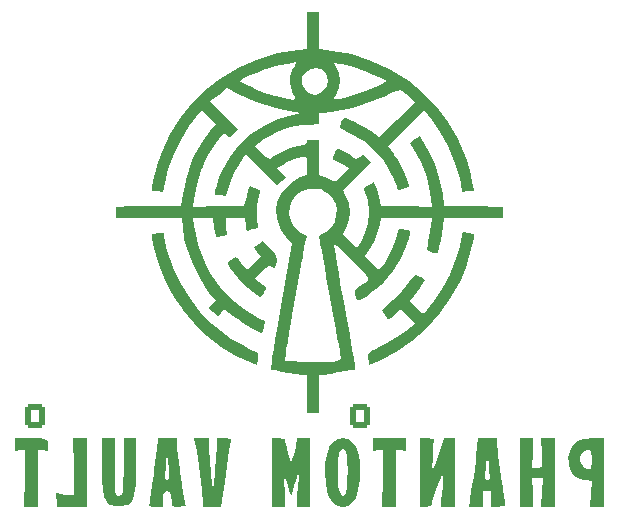
<source format=gbr>
%TF.GenerationSoftware,KiCad,Pcbnew,8.0.6*%
%TF.CreationDate,2024-12-01T20:19:37+01:00*%
%TF.ProjectId,puzzle1,70757a7a-6c65-4312-9e6b-696361645f70,rev?*%
%TF.SameCoordinates,Original*%
%TF.FileFunction,Legend,Bot*%
%TF.FilePolarity,Positive*%
%FSLAX46Y46*%
G04 Gerber Fmt 4.6, Leading zero omitted, Abs format (unit mm)*
G04 Created by KiCad (PCBNEW 8.0.6) date 2024-12-01 20:19:37*
%MOMM*%
%LPD*%
G01*
G04 APERTURE LIST*
G04 Aperture macros list*
%AMRoundRect*
0 Rectangle with rounded corners*
0 $1 Rounding radius*
0 $2 $3 $4 $5 $6 $7 $8 $9 X,Y pos of 4 corners*
0 Add a 4 corners polygon primitive as box body*
4,1,4,$2,$3,$4,$5,$6,$7,$8,$9,$2,$3,0*
0 Add four circle primitives for the rounded corners*
1,1,$1+$1,$2,$3*
1,1,$1+$1,$4,$5*
1,1,$1+$1,$6,$7*
1,1,$1+$1,$8,$9*
0 Add four rect primitives between the rounded corners*
20,1,$1+$1,$2,$3,$4,$5,0*
20,1,$1+$1,$4,$5,$6,$7,0*
20,1,$1+$1,$6,$7,$8,$9,0*
20,1,$1+$1,$8,$9,$2,$3,0*%
G04 Aperture macros list end*
%ADD10C,0.000000*%
%ADD11C,5.600000*%
%ADD12RoundRect,0.250000X-0.600000X-0.725000X0.600000X-0.725000X0.600000X0.725000X-0.600000X0.725000X0*%
%ADD13O,1.700000X1.950000*%
%ADD14RoundRect,0.250000X-0.725000X0.600000X-0.725000X-0.600000X0.725000X-0.600000X0.725000X0.600000X0*%
%ADD15O,1.950000X1.700000*%
G04 APERTURE END LIST*
D10*
%TO.C,G\u002A\u002A\u002A*%
G36*
X106925966Y-95437481D02*
G01*
X106925966Y-95972172D01*
X106483896Y-95912878D01*
X106041827Y-95853584D01*
X106075098Y-98267141D01*
X106108369Y-100680698D01*
X105508798Y-100680698D01*
X104909228Y-100680698D01*
X104942499Y-98267141D01*
X104975770Y-95853584D01*
X104533700Y-95912878D01*
X104091631Y-95972172D01*
X104091631Y-95437481D01*
X104091631Y-94902790D01*
X105508798Y-94902790D01*
X106925966Y-94902790D01*
X106925966Y-95437481D01*
G37*
G36*
X79318455Y-94902707D02*
G01*
X79890773Y-94902790D01*
X79890773Y-97791631D01*
X79890773Y-100680473D01*
X78647354Y-100680473D01*
X77403936Y-100680473D01*
X77328010Y-100128429D01*
X77303949Y-99924885D01*
X77287465Y-99653535D01*
X77302662Y-99525808D01*
X77420832Y-99522283D01*
X77647987Y-99587294D01*
X77684439Y-99600069D01*
X78012918Y-99670592D01*
X78380904Y-99699357D01*
X78819074Y-99699357D01*
X78782606Y-97300990D01*
X78746137Y-94902624D01*
X79318455Y-94902707D01*
G37*
G36*
X75406922Y-94902951D02*
G01*
X75919885Y-94910173D01*
X76263062Y-94940368D01*
X76470577Y-95010070D01*
X76576553Y-95135815D01*
X76615115Y-95334140D01*
X76620386Y-95621578D01*
X76620386Y-95995495D01*
X76184335Y-95925768D01*
X75748283Y-95856041D01*
X75748283Y-98268257D01*
X75748283Y-100680473D01*
X75175966Y-100680580D01*
X74603648Y-100680687D01*
X74638679Y-98266900D01*
X74673711Y-95853112D01*
X74229881Y-95912642D01*
X73786052Y-95972172D01*
X73786052Y-95437481D01*
X73786052Y-94902790D01*
X75137049Y-94902790D01*
X75406922Y-94902951D01*
G37*
G36*
X118943415Y-94902819D02*
G01*
X119516953Y-94902848D01*
X119516953Y-97791682D01*
X119516953Y-100680517D01*
X118935447Y-100680495D01*
X118353941Y-100680473D01*
X118431661Y-99481331D01*
X118509380Y-98282189D01*
X118042973Y-98282189D01*
X117576565Y-98282189D01*
X117639825Y-99481331D01*
X117703085Y-100680473D01*
X117138345Y-100680488D01*
X116573605Y-100680503D01*
X116573605Y-97791667D01*
X116573605Y-94902832D01*
X117136959Y-94902811D01*
X117700312Y-94902790D01*
X117638197Y-96164007D01*
X117576082Y-97425223D01*
X118001453Y-97390402D01*
X118426824Y-97355580D01*
X118398351Y-96129185D01*
X118369878Y-94902790D01*
X118943415Y-94902819D01*
G37*
G36*
X123659442Y-97791631D02*
G01*
X123659442Y-100680473D01*
X123091685Y-100680473D01*
X122523928Y-100680473D01*
X122589445Y-99605057D01*
X122654962Y-98529641D01*
X122172535Y-98457296D01*
X121888035Y-98400353D01*
X121342322Y-98171230D01*
X120960073Y-97801779D01*
X120735193Y-97284554D01*
X120688979Y-96862353D01*
X121671148Y-96862353D01*
X121868642Y-97231866D01*
X122086498Y-97427582D01*
X122359200Y-97519099D01*
X122447250Y-97516210D01*
X122546779Y-97478938D01*
X122599481Y-97361323D01*
X122620211Y-97117474D01*
X122623820Y-96701503D01*
X122623087Y-96471254D01*
X122612021Y-96145773D01*
X122576720Y-95970090D01*
X122503466Y-95898570D01*
X122378541Y-95885575D01*
X122238188Y-95894840D01*
X121972537Y-96006679D01*
X121768037Y-96285538D01*
X121681580Y-96493484D01*
X121671148Y-96862353D01*
X120688979Y-96862353D01*
X120661588Y-96612112D01*
X120662435Y-96541386D01*
X120757378Y-95941900D01*
X121012777Y-95481984D01*
X121433194Y-95157968D01*
X122023194Y-94966183D01*
X122787339Y-94902960D01*
X123659442Y-94902790D01*
X123659442Y-96701503D01*
X123659442Y-97791631D01*
G37*
G36*
X108759298Y-94902920D02*
G01*
X109105036Y-94917847D01*
X109271267Y-94963473D01*
X109291766Y-95048227D01*
X109267853Y-95180469D01*
X109235536Y-95492603D01*
X109202013Y-95928533D01*
X109171618Y-96438141D01*
X109107279Y-97682619D01*
X109369282Y-97137554D01*
X109375600Y-97124317D01*
X109540550Y-96733767D01*
X109721229Y-96240384D01*
X109879644Y-95747640D01*
X110128003Y-94902790D01*
X110598229Y-94902790D01*
X111068455Y-94902790D01*
X111068455Y-97791631D01*
X111068455Y-100680473D01*
X110465130Y-100680473D01*
X109861804Y-100680473D01*
X109916987Y-100162661D01*
X109967472Y-99652415D01*
X110015962Y-99044199D01*
X110041911Y-98546136D01*
X110044584Y-98184821D01*
X110023249Y-97986849D01*
X109977174Y-97978814D01*
X109965455Y-97998914D01*
X109854019Y-98238107D01*
X109706445Y-98607639D01*
X109542153Y-99052009D01*
X109380565Y-99515716D01*
X109241100Y-99943260D01*
X109143179Y-100279140D01*
X109106223Y-100467855D01*
X109105518Y-100495637D01*
X109060343Y-100613107D01*
X108905977Y-100667327D01*
X108588412Y-100680473D01*
X108070601Y-100680473D01*
X108070601Y-97791631D01*
X108070601Y-94902790D01*
X108709088Y-94902790D01*
X108759298Y-94902920D01*
G37*
G36*
X81690357Y-94902711D02*
G01*
X82236293Y-94902790D01*
X82235421Y-97187657D01*
X82236659Y-97927915D01*
X82242745Y-98520036D01*
X82255959Y-98951721D01*
X82278563Y-99252455D01*
X82312817Y-99451724D01*
X82360983Y-99579013D01*
X82425322Y-99663807D01*
X82528851Y-99760760D01*
X82651073Y-99793333D01*
X82806867Y-99663840D01*
X82868392Y-99584024D01*
X82917348Y-99459415D01*
X82952310Y-99264199D01*
X82975548Y-98968894D01*
X82989335Y-98544021D01*
X82995942Y-97960100D01*
X82997640Y-97187649D01*
X82997640Y-94902707D01*
X83543933Y-94902749D01*
X84090226Y-94902790D01*
X84051267Y-97273820D01*
X84036571Y-98007088D01*
X84011216Y-98737930D01*
X83972776Y-99299634D01*
X83915760Y-99719215D01*
X83834676Y-100023687D01*
X83724034Y-100240068D01*
X83578340Y-100395373D01*
X83392105Y-100516617D01*
X83225815Y-100585513D01*
X82786743Y-100664450D01*
X82312286Y-100655137D01*
X81914249Y-100554694D01*
X81842860Y-100512209D01*
X81617831Y-100287230D01*
X81425579Y-99982377D01*
X81365970Y-99843165D01*
X81307513Y-99649205D01*
X81263875Y-99401784D01*
X81232114Y-99067990D01*
X81209291Y-98614909D01*
X81192464Y-98009628D01*
X81178692Y-97219234D01*
X81144421Y-94902631D01*
X81690357Y-94902711D01*
G37*
G36*
X90255134Y-95693134D02*
G01*
X90263360Y-96027629D01*
X90288296Y-96535361D01*
X90325736Y-97077920D01*
X90371935Y-97619247D01*
X90423147Y-98123280D01*
X90475630Y-98553961D01*
X90525637Y-98875228D01*
X90569423Y-99051021D01*
X90603245Y-99045279D01*
X90632627Y-98882076D01*
X90678384Y-98515628D01*
X90728745Y-98022211D01*
X90779466Y-97453118D01*
X90826303Y-96859638D01*
X90865013Y-96293064D01*
X90891351Y-95804686D01*
X90901073Y-95445795D01*
X90901073Y-94902790D01*
X91513358Y-94902790D01*
X91722790Y-94904941D01*
X91973651Y-94926642D01*
X92076466Y-94984386D01*
X92076680Y-95093563D01*
X92057830Y-95195361D01*
X92010579Y-95495863D01*
X91942057Y-95956527D01*
X91856895Y-96545625D01*
X91759722Y-97231430D01*
X91655168Y-97982216D01*
X91282618Y-100680097D01*
X90492275Y-100680285D01*
X89701931Y-100680473D01*
X89701931Y-100167655D01*
X89698420Y-100061687D01*
X89669103Y-99696945D01*
X89615038Y-99183526D01*
X89542266Y-98567031D01*
X89456830Y-97893060D01*
X89364774Y-97207214D01*
X89272140Y-96555093D01*
X89184971Y-95982296D01*
X89109310Y-95534426D01*
X89051200Y-95257082D01*
X88956416Y-94902790D01*
X89601706Y-94902790D01*
X90246996Y-94902790D01*
X90255134Y-95693134D01*
G37*
G36*
X86418053Y-77546285D02*
G01*
X86431545Y-77706906D01*
X86433470Y-77768163D01*
X86488822Y-78158778D01*
X86608530Y-78683292D01*
X86776306Y-79286388D01*
X86975866Y-79912747D01*
X87190921Y-80507050D01*
X87405187Y-81013979D01*
X87822594Y-81824726D01*
X88606382Y-83062864D01*
X89514078Y-84217143D01*
X90509294Y-85243008D01*
X91555638Y-86095903D01*
X91701589Y-86195885D01*
X92113022Y-86457129D01*
X92600400Y-86747265D01*
X93111701Y-87037176D01*
X93594900Y-87297749D01*
X93997974Y-87499866D01*
X94268900Y-87614412D01*
X94340981Y-87667202D01*
X94376957Y-87839827D01*
X94344578Y-88172484D01*
X94268309Y-88681081D01*
X93702073Y-88459854D01*
X92511232Y-87903817D01*
X91267126Y-87134654D01*
X90074245Y-86208108D01*
X88971535Y-85154600D01*
X87997945Y-84004551D01*
X87911771Y-83887933D01*
X87437813Y-83173092D01*
X86963618Y-82349510D01*
X86524542Y-81485908D01*
X86155941Y-80651004D01*
X85893169Y-79913520D01*
X85843485Y-79741055D01*
X85729365Y-79313035D01*
X85614644Y-78848199D01*
X85510505Y-78396086D01*
X85428135Y-78006239D01*
X85378719Y-77728199D01*
X85373441Y-77611507D01*
X85410090Y-77600096D01*
X85607495Y-77562048D01*
X85913734Y-77513056D01*
X86140819Y-77481643D01*
X86339956Y-77478239D01*
X86418053Y-77546285D01*
G37*
G36*
X98804507Y-97791631D02*
G01*
X98804507Y-100680473D01*
X98223512Y-100680473D01*
X97642518Y-100680473D01*
X97702894Y-99999142D01*
X97722984Y-99770932D01*
X97790910Y-98965737D01*
X97836115Y-98361525D01*
X97859345Y-97945628D01*
X97861349Y-97705380D01*
X97842874Y-97628112D01*
X97818514Y-97668070D01*
X97748157Y-97876799D01*
X97650733Y-98223875D01*
X97539584Y-98663734D01*
X97468039Y-98947254D01*
X97357857Y-99334651D01*
X97265805Y-99600571D01*
X97206565Y-99699357D01*
X97178749Y-99681132D01*
X97093071Y-99516442D01*
X97003528Y-99236052D01*
X96904858Y-98858209D01*
X96775093Y-98390575D01*
X96686351Y-98135184D01*
X96633073Y-98092036D01*
X96609698Y-98261132D01*
X96610668Y-98642470D01*
X96630423Y-99236052D01*
X96686768Y-100680473D01*
X96110444Y-100680495D01*
X95534120Y-100680517D01*
X95534120Y-97791682D01*
X95534120Y-94902848D01*
X96106438Y-94902819D01*
X96163326Y-94903009D01*
X96481703Y-94920183D01*
X96637499Y-94976097D01*
X96678755Y-95086139D01*
X96681120Y-95120734D01*
X96722825Y-95355567D01*
X96805824Y-95719290D01*
X96916065Y-96148970D01*
X97153375Y-97028452D01*
X97296323Y-96678126D01*
X97374456Y-96446278D01*
X97480591Y-96047900D01*
X97574432Y-95615295D01*
X97709593Y-94902790D01*
X98257050Y-94902790D01*
X98804507Y-94902790D01*
X98804507Y-97791631D01*
G37*
G36*
X103001502Y-97831718D02*
G01*
X102981762Y-98454648D01*
X102869952Y-99280275D01*
X102658471Y-99917815D01*
X102346261Y-100371369D01*
X102006505Y-100599176D01*
X101571207Y-100685487D01*
X101130542Y-100605573D01*
X100740361Y-100370650D01*
X100456518Y-99991932D01*
X100429062Y-99931652D01*
X100237207Y-99328866D01*
X100115701Y-98600327D01*
X100066005Y-97811929D01*
X100066572Y-97793109D01*
X101150301Y-97793109D01*
X101160015Y-98350436D01*
X101186090Y-98852107D01*
X101228235Y-99244182D01*
X101286157Y-99472722D01*
X101375680Y-99626788D01*
X101543054Y-99783894D01*
X101686961Y-99736841D01*
X101804088Y-99494409D01*
X101891122Y-99065375D01*
X101944750Y-98458518D01*
X101961660Y-97682619D01*
X101961081Y-97567578D01*
X101942618Y-96865878D01*
X101895651Y-96356885D01*
X101815472Y-96019473D01*
X101697376Y-95832517D01*
X101536657Y-95774893D01*
X101525402Y-95775815D01*
X101389717Y-95884254D01*
X101267960Y-96118199D01*
X101222257Y-96326590D01*
X101181130Y-96727246D01*
X101157242Y-97234066D01*
X101150301Y-97793109D01*
X100066572Y-97793109D01*
X100089580Y-97029570D01*
X100187887Y-96319147D01*
X100362387Y-95746555D01*
X100422459Y-95622185D01*
X100743676Y-95188200D01*
X101139297Y-94925917D01*
X101573139Y-94844005D01*
X102009015Y-94951129D01*
X102410742Y-95255955D01*
X102562672Y-95446906D01*
X102766347Y-95841835D01*
X102902183Y-96348301D01*
X102977971Y-97000272D01*
X102997282Y-97682619D01*
X103001502Y-97831718D01*
G37*
G36*
X95428383Y-78838604D02*
G01*
X95615883Y-79042894D01*
X95836289Y-79305499D01*
X95948016Y-79500657D01*
X95978651Y-79684590D01*
X95955776Y-79913520D01*
X95899142Y-80236274D01*
X95826719Y-80424608D01*
X95716850Y-80456249D01*
X95539818Y-80363329D01*
X95470893Y-80320692D01*
X95346441Y-80280640D01*
X95211669Y-80327614D01*
X95019959Y-80485291D01*
X94724692Y-80777352D01*
X94156212Y-81352982D01*
X94496626Y-81639422D01*
X94557005Y-81689548D01*
X94814130Y-81890137D01*
X95002210Y-82018296D01*
X95012140Y-82023976D01*
X95094625Y-82109471D01*
X95070590Y-82251367D01*
X94931184Y-82511052D01*
X94869143Y-82610525D01*
X94704748Y-82825625D01*
X94588463Y-82911374D01*
X94525753Y-82900050D01*
X94275195Y-82767247D01*
X93932187Y-82510587D01*
X93530763Y-82162148D01*
X93104956Y-81754006D01*
X92688802Y-81318237D01*
X92316334Y-80886919D01*
X92021587Y-80492130D01*
X91892063Y-80280130D01*
X91826847Y-80045355D01*
X91936964Y-79865613D01*
X92238616Y-79680296D01*
X92283650Y-79657114D01*
X92498182Y-79565449D01*
X92623863Y-79594664D01*
X92749515Y-79758327D01*
X92756551Y-79768927D01*
X92950934Y-80037802D01*
X93179196Y-80325437D01*
X93440580Y-80637351D01*
X94021189Y-80063955D01*
X94601798Y-79490558D01*
X94332122Y-79136995D01*
X94272223Y-79057139D01*
X94122430Y-78842346D01*
X94062446Y-78730543D01*
X94073930Y-78710667D01*
X94209604Y-78598148D01*
X94449088Y-78438696D01*
X94835729Y-78199739D01*
X95428383Y-78838604D01*
G37*
G36*
X114989770Y-98322369D02*
G01*
X115022617Y-98548882D01*
X115117413Y-99205059D01*
X115199137Y-99774368D01*
X115263198Y-100224590D01*
X115305002Y-100523505D01*
X115319957Y-100638893D01*
X115266609Y-100655989D01*
X115048831Y-100673633D01*
X114720386Y-100680473D01*
X114120816Y-100680473D01*
X114120816Y-100026395D01*
X114120816Y-99372318D01*
X113793777Y-99372318D01*
X113466738Y-99372318D01*
X113466738Y-100026395D01*
X113466738Y-100680473D01*
X112853541Y-100680473D01*
X112240343Y-100680473D01*
X112311446Y-100326181D01*
X112372720Y-99980975D01*
X112451350Y-99477616D01*
X112540488Y-98865851D01*
X112633983Y-98191964D01*
X112639100Y-98153475D01*
X113614628Y-98153475D01*
X113637499Y-98314524D01*
X113700904Y-98379277D01*
X113812719Y-98391202D01*
X113821285Y-98391180D01*
X113942073Y-98373602D01*
X113999650Y-98289306D01*
X114005930Y-98088435D01*
X113972826Y-97721134D01*
X113945050Y-97425230D01*
X113911727Y-96968039D01*
X113895880Y-96603752D01*
X113879849Y-96351980D01*
X113845204Y-96283515D01*
X113798487Y-96386303D01*
X113746081Y-96637311D01*
X113694370Y-97013503D01*
X113649739Y-97491846D01*
X113624414Y-97852664D01*
X113614628Y-98153475D01*
X112639100Y-98153475D01*
X112725682Y-97502238D01*
X112809434Y-96842957D01*
X112879086Y-96260406D01*
X112928489Y-95800869D01*
X112951489Y-95510629D01*
X112976180Y-94904634D01*
X113801770Y-94903712D01*
X114627360Y-94902790D01*
X114643472Y-95475108D01*
X114644996Y-95512841D01*
X114671188Y-95831057D01*
X114723973Y-96313967D01*
X114798140Y-96918722D01*
X114888476Y-97602472D01*
X114956854Y-98088435D01*
X114989770Y-98322369D01*
G37*
G36*
X87860674Y-98195572D02*
G01*
X87954963Y-98848320D01*
X88045317Y-99444613D01*
X88126145Y-99944457D01*
X88191853Y-100307858D01*
X88236849Y-100494820D01*
X88254920Y-100561225D01*
X88214132Y-100637442D01*
X88042608Y-100672207D01*
X87696856Y-100680473D01*
X87683883Y-100680472D01*
X87342448Y-100674452D01*
X87164347Y-100638372D01*
X87096449Y-100544989D01*
X87085622Y-100367061D01*
X87083952Y-100235994D01*
X87032008Y-99751955D01*
X86905541Y-99466173D01*
X86702114Y-99372318D01*
X86573418Y-99388275D01*
X86423024Y-99503942D01*
X86344902Y-99762138D01*
X86322532Y-100198831D01*
X86322532Y-100680473D01*
X85715615Y-100680473D01*
X85501568Y-100678254D01*
X85257376Y-100656615D01*
X85161430Y-100598974D01*
X85168937Y-100489700D01*
X85199967Y-100347346D01*
X85257211Y-100011312D01*
X85331412Y-99531566D01*
X85417159Y-98947586D01*
X85509041Y-98298845D01*
X85538957Y-98081110D01*
X86518004Y-98081110D01*
X86528177Y-98282664D01*
X86578124Y-98371388D01*
X86673916Y-98391202D01*
X86711178Y-98389166D01*
X86808476Y-98332058D01*
X86852027Y-98158764D01*
X86858047Y-97818885D01*
X86854329Y-97688193D01*
X86832450Y-97332361D01*
X86797745Y-96977151D01*
X86756500Y-96665886D01*
X86715000Y-96441886D01*
X86679532Y-96348474D01*
X86656380Y-96428970D01*
X86654781Y-96448304D01*
X86632191Y-96709398D01*
X86597366Y-97101093D01*
X86557147Y-97546352D01*
X86541536Y-97722805D01*
X86518004Y-98081110D01*
X85538957Y-98081110D01*
X85601648Y-97624821D01*
X85689568Y-96964988D01*
X85767391Y-96358822D01*
X85829706Y-95845798D01*
X85871101Y-95465393D01*
X85886167Y-95257082D01*
X85886481Y-94902790D01*
X86704077Y-94902790D01*
X87521674Y-94902790D01*
X87521674Y-95380422D01*
X87525958Y-95484826D01*
X87556028Y-95819927D01*
X87610128Y-96298547D01*
X87682663Y-96880691D01*
X87768043Y-97526364D01*
X87808533Y-97818885D01*
X87860674Y-98195572D01*
G37*
G36*
X112131331Y-77513056D02*
G01*
X112303737Y-77539715D01*
X112560497Y-77584284D01*
X112671142Y-77611025D01*
X112673012Y-77708358D01*
X112628440Y-77975968D01*
X112544811Y-78365601D01*
X112433379Y-78830554D01*
X112305398Y-79324125D01*
X112172121Y-79799611D01*
X112044802Y-80210308D01*
X111538260Y-81495205D01*
X110759228Y-82951678D01*
X109806933Y-84308600D01*
X108700314Y-85545207D01*
X107458306Y-86640733D01*
X106099847Y-87574415D01*
X104643874Y-88325488D01*
X103819099Y-88684835D01*
X103750237Y-88387160D01*
X103699086Y-88150911D01*
X103674983Y-87869780D01*
X103755341Y-87678524D01*
X103973045Y-87520768D01*
X104360979Y-87340138D01*
X104633472Y-87209699D01*
X105167696Y-86915374D01*
X105768370Y-86550717D01*
X106371830Y-86156404D01*
X106914411Y-85773114D01*
X107332451Y-85441525D01*
X107684430Y-85134122D01*
X107088783Y-84545874D01*
X106493136Y-83957625D01*
X106191740Y-84227985D01*
X105955113Y-84440747D01*
X105681335Y-84677179D01*
X105505442Y-84789301D01*
X105385106Y-84787368D01*
X105277996Y-84681634D01*
X105141783Y-84482354D01*
X104864696Y-84074583D01*
X105823135Y-83172348D01*
X106158764Y-82844688D01*
X106579834Y-82403858D01*
X106944313Y-81990873D01*
X107198929Y-81664134D01*
X107422410Y-81360379D01*
X107610912Y-81141631D01*
X107721562Y-81058155D01*
X107747055Y-81061991D01*
X107933420Y-81139293D01*
X108193382Y-81284690D01*
X108559924Y-81511225D01*
X108221362Y-82003309D01*
X108107522Y-82164169D01*
X107817524Y-82548397D01*
X107551018Y-82873270D01*
X107219237Y-83251147D01*
X107749834Y-83789844D01*
X107758908Y-83799044D01*
X108034952Y-84066137D01*
X108254776Y-84256172D01*
X108371517Y-84328541D01*
X108475576Y-84281256D01*
X108694223Y-84073692D01*
X108978054Y-83730848D01*
X109304398Y-83285493D01*
X109650585Y-82770393D01*
X109993944Y-82218316D01*
X110311804Y-81662031D01*
X110581494Y-81134305D01*
X110597804Y-81099635D01*
X110840062Y-80532935D01*
X111074811Y-79898268D01*
X111285778Y-79249043D01*
X111456689Y-78638672D01*
X111571269Y-78120567D01*
X111613244Y-77748138D01*
X111618157Y-77593804D01*
X111668338Y-77491154D01*
X111820462Y-77472830D01*
X112131331Y-77513056D01*
G37*
G36*
X108239473Y-65548428D02*
G01*
X109412219Y-66742161D01*
X110437386Y-68078474D01*
X111301802Y-69547152D01*
X111992293Y-71137983D01*
X112045855Y-71293810D01*
X112167219Y-71690434D01*
X112296980Y-72158356D01*
X112423728Y-72650760D01*
X112536055Y-73120831D01*
X112622552Y-73521756D01*
X112671811Y-73806718D01*
X112672423Y-73928904D01*
X112645850Y-73936538D01*
X112461739Y-73961114D01*
X112165802Y-73988523D01*
X111682463Y-74026825D01*
X111543348Y-73277412D01*
X111389041Y-72596389D01*
X110994002Y-71380760D01*
X110458734Y-70155175D01*
X109812807Y-68983962D01*
X109085792Y-67931447D01*
X108422414Y-67080689D01*
X106896736Y-68606367D01*
X105371057Y-70132046D01*
X105890134Y-70859466D01*
X105928001Y-70913377D01*
X106196544Y-71335767D01*
X106471151Y-71825358D01*
X106727445Y-72331767D01*
X106941047Y-72804611D01*
X107087578Y-73193508D01*
X107142661Y-73448073D01*
X107137713Y-73539586D01*
X107077352Y-73658319D01*
X106905936Y-73737669D01*
X106570844Y-73811034D01*
X106349857Y-73843657D01*
X106200454Y-73820564D01*
X106162876Y-73709524D01*
X106139965Y-73570007D01*
X106021757Y-73232476D01*
X105825438Y-72796466D01*
X105576453Y-72313269D01*
X105300251Y-71834177D01*
X105022278Y-71410482D01*
X104303576Y-70552082D01*
X103372403Y-69756198D01*
X102279529Y-69102130D01*
X101285023Y-68606837D01*
X101402095Y-68225383D01*
X101418198Y-68175979D01*
X101533249Y-67923351D01*
X101648128Y-67794442D01*
X101652979Y-67792781D01*
X101845284Y-67814480D01*
X102173764Y-67931494D01*
X102593472Y-68121942D01*
X103059458Y-68363947D01*
X103526771Y-68635629D01*
X103950464Y-68915109D01*
X104660397Y-69421706D01*
X106178127Y-67908815D01*
X107695857Y-66395923D01*
X107229152Y-65993110D01*
X106921332Y-65730863D01*
X106640504Y-65527377D01*
X106400597Y-65440512D01*
X106142444Y-65465115D01*
X105806876Y-65596034D01*
X105334728Y-65828116D01*
X105186493Y-65900854D01*
X104328060Y-66272253D01*
X103385550Y-66609746D01*
X102413595Y-66898405D01*
X101466827Y-67123302D01*
X100599879Y-67269508D01*
X99867382Y-67322094D01*
X99735040Y-67324467D01*
X99581731Y-67364504D01*
X99522749Y-67501886D01*
X99513090Y-67796933D01*
X99513090Y-68271333D01*
X98643337Y-68338404D01*
X98118128Y-68395496D01*
X97556557Y-68483334D01*
X97089904Y-68582001D01*
X96613945Y-68737191D01*
X96018547Y-68986598D01*
X95408662Y-69285789D01*
X94858930Y-69597968D01*
X94443992Y-69886341D01*
X94116953Y-70154129D01*
X94689435Y-70726683D01*
X94835420Y-70871709D01*
X95081979Y-71100814D01*
X95244970Y-71206465D01*
X95371089Y-71212406D01*
X95507032Y-71142377D01*
X95720893Y-71009400D01*
X96433962Y-70618105D01*
X97120796Y-70315338D01*
X97735503Y-70119510D01*
X98232189Y-70049035D01*
X98267519Y-70048423D01*
X98474391Y-69995239D01*
X98531974Y-69829829D01*
X98532162Y-69814166D01*
X98571009Y-69685303D01*
X98715973Y-69626068D01*
X99022532Y-69611803D01*
X99513090Y-69611803D01*
X99513090Y-71120728D01*
X99513090Y-72629653D01*
X99968514Y-72766101D01*
X100060617Y-72795240D01*
X100402128Y-72925778D01*
X100655295Y-73054140D01*
X100711110Y-73088356D01*
X100833764Y-73125174D01*
X100970934Y-73074960D01*
X101167407Y-72913632D01*
X101467969Y-72617103D01*
X102049286Y-72028474D01*
X101517025Y-71694313D01*
X101284473Y-71556213D01*
X101007034Y-71414029D01*
X100841152Y-71358080D01*
X100755347Y-71310136D01*
X100773949Y-71110730D01*
X100911264Y-70704293D01*
X101026624Y-70454210D01*
X101118332Y-70376868D01*
X101121894Y-70377163D01*
X101266496Y-70434857D01*
X101537435Y-70570980D01*
X101877241Y-70754543D01*
X102228446Y-70954555D01*
X102533581Y-71140027D01*
X102679728Y-71218583D01*
X102833781Y-71209480D01*
X103030559Y-71052879D01*
X103286875Y-70812083D01*
X103633105Y-71169302D01*
X103979334Y-71526520D01*
X102793313Y-72708864D01*
X101607292Y-73891207D01*
X101867281Y-74449574D01*
X102048284Y-74974133D01*
X102141220Y-75706502D01*
X102077687Y-76435993D01*
X101857949Y-77087860D01*
X101586498Y-77624043D01*
X102172458Y-78210003D01*
X102758417Y-78795962D01*
X103068975Y-78266036D01*
X103457458Y-77481500D01*
X103686842Y-76680495D01*
X103761034Y-75815609D01*
X103760822Y-75728804D01*
X103664561Y-74750314D01*
X103387108Y-73842881D01*
X103372311Y-73742957D01*
X103473793Y-73601173D01*
X103751605Y-73433879D01*
X104192755Y-73208821D01*
X104311619Y-73430920D01*
X104315698Y-73438772D01*
X104403136Y-73663038D01*
X104515712Y-74021198D01*
X104630130Y-74439493D01*
X104829778Y-75225966D01*
X106982348Y-75255572D01*
X109134917Y-75285177D01*
X109059894Y-74622063D01*
X108975467Y-74048824D01*
X108653774Y-72757663D01*
X108165880Y-71486830D01*
X107536540Y-70306453D01*
X107256532Y-69856467D01*
X107672334Y-69581302D01*
X108088137Y-69306137D01*
X108532483Y-70031288D01*
X108814028Y-70516465D01*
X109355159Y-71669380D01*
X109747814Y-72894167D01*
X110012704Y-74249856D01*
X110153558Y-75225966D01*
X112627745Y-75255266D01*
X115101931Y-75284566D01*
X115101931Y-75773077D01*
X115101931Y-76261588D01*
X112610290Y-76261588D01*
X110118648Y-76261588D01*
X110049948Y-76997425D01*
X110046399Y-77033994D01*
X109973178Y-77568375D01*
X109861392Y-78165278D01*
X109730345Y-78731474D01*
X109599340Y-79173733D01*
X109579101Y-79211907D01*
X109455382Y-79251207D01*
X109192920Y-79186108D01*
X109166912Y-79177289D01*
X108901094Y-79071885D01*
X108740286Y-78982189D01*
X108716277Y-78853601D01*
X108742349Y-78573005D01*
X108815439Y-78206724D01*
X108886430Y-77890069D01*
X108987552Y-77357419D01*
X109057672Y-76888412D01*
X109131345Y-76261588D01*
X106953344Y-76261588D01*
X104775343Y-76261588D01*
X104710195Y-76736897D01*
X104686848Y-76881949D01*
X104495621Y-77591426D01*
X104193184Y-78321727D01*
X103820522Y-78969981D01*
X103454677Y-79501826D01*
X104030620Y-80070615D01*
X104606562Y-80639403D01*
X104953831Y-80221955D01*
X105094185Y-80038436D01*
X105426574Y-79508609D01*
X105747411Y-78886324D01*
X106015824Y-78254972D01*
X106190940Y-77697941D01*
X106268089Y-77390912D01*
X106346671Y-77211744D01*
X106457082Y-77157051D01*
X106639807Y-77180130D01*
X106889734Y-77222205D01*
X107103112Y-77242704D01*
X107224624Y-77328958D01*
X107237234Y-77590846D01*
X107140243Y-78032457D01*
X106933162Y-78657879D01*
X106905012Y-78734113D01*
X106421200Y-79811270D01*
X105807988Y-80767088D01*
X105021406Y-81670867D01*
X104777379Y-81908552D01*
X104342622Y-82293062D01*
X103904744Y-82639972D01*
X103496261Y-82927065D01*
X103149693Y-83132128D01*
X102897559Y-83232944D01*
X102772375Y-83207300D01*
X102764231Y-83190290D01*
X102696864Y-82977482D01*
X102631236Y-82678036D01*
X102604936Y-82504623D01*
X102623394Y-82324001D01*
X102749828Y-82182184D01*
X103026189Y-82008003D01*
X103132672Y-81945891D01*
X103423885Y-81771571D01*
X103619797Y-81622441D01*
X103712374Y-81472510D01*
X103693582Y-81295786D01*
X103555386Y-81066277D01*
X103289753Y-80757992D01*
X102888648Y-80344939D01*
X102344038Y-79801126D01*
X101875661Y-79339055D01*
X101408434Y-78895443D01*
X101079587Y-78608183D01*
X100885173Y-78473872D01*
X100821245Y-78489112D01*
X100839801Y-78639795D01*
X100893007Y-78979987D01*
X100976532Y-79484009D01*
X101086044Y-80126449D01*
X101217209Y-80881893D01*
X101365697Y-81724928D01*
X101527175Y-82630141D01*
X101663553Y-83390210D01*
X101833885Y-84340108D01*
X101996463Y-85247390D01*
X102145128Y-86077659D01*
X102273724Y-86796522D01*
X102376091Y-87369583D01*
X102446072Y-87762447D01*
X102490747Y-88034979D01*
X102515518Y-88186092D01*
X102570988Y-88607391D01*
X102594652Y-88908024D01*
X102581565Y-89041324D01*
X102481479Y-89079560D01*
X102191981Y-89146427D01*
X101750733Y-89230401D01*
X101192826Y-89325259D01*
X100553346Y-89424778D01*
X99867382Y-89522734D01*
X99513090Y-89571039D01*
X99513090Y-91146786D01*
X99513090Y-92722533D01*
X99022532Y-92722533D01*
X98531974Y-92722533D01*
X98531974Y-91146786D01*
X98531974Y-89571039D01*
X98177683Y-89522734D01*
X97606596Y-89441821D01*
X96953706Y-89341652D01*
X96379620Y-89245404D01*
X95918681Y-89159190D01*
X95605230Y-89089126D01*
X95473609Y-89041324D01*
X95472044Y-89036768D01*
X95482734Y-88887606D01*
X95528609Y-88547825D01*
X95585852Y-88172183D01*
X96689385Y-88172183D01*
X96693006Y-88301228D01*
X96771849Y-88327149D01*
X97039572Y-88359418D01*
X97453957Y-88386878D01*
X97973616Y-88408767D01*
X98557164Y-88424320D01*
X99163217Y-88432776D01*
X99750389Y-88433371D01*
X100277294Y-88425342D01*
X100702548Y-88407926D01*
X100984764Y-88380360D01*
X101009703Y-88376146D01*
X101275530Y-88312566D01*
X101382602Y-88214621D01*
X101385890Y-88034979D01*
X101360785Y-87880609D01*
X101301359Y-87537170D01*
X101212535Y-87032288D01*
X101099127Y-86392720D01*
X100965945Y-85645221D01*
X100817803Y-84816547D01*
X100659512Y-83933451D01*
X100495885Y-83022691D01*
X100331734Y-82111020D01*
X100171871Y-81225195D01*
X100021109Y-80391970D01*
X99884259Y-79638101D01*
X99766133Y-78990343D01*
X99671545Y-78475451D01*
X99605306Y-78120181D01*
X99572229Y-77951288D01*
X99566436Y-77847430D01*
X99665360Y-77701768D01*
X99937017Y-77558010D01*
X100119514Y-77468100D01*
X100575820Y-77089937D01*
X100880501Y-76567764D01*
X101018953Y-75923639D01*
X101030110Y-75592375D01*
X100961124Y-75081646D01*
X100751853Y-74657283D01*
X100375204Y-74248794D01*
X100085464Y-74013074D01*
X99736721Y-73831655D01*
X99336957Y-73760801D01*
X98807335Y-73776781D01*
X98707830Y-73787614D01*
X98122006Y-73965787D01*
X97635985Y-74305169D01*
X97272903Y-74767538D01*
X97055896Y-75314675D01*
X97008100Y-75908359D01*
X97152649Y-76510369D01*
X97160814Y-76529086D01*
X97334812Y-76806225D01*
X97597658Y-77111039D01*
X97895467Y-77392252D01*
X98174354Y-77598583D01*
X98380432Y-77678756D01*
X98463850Y-77698802D01*
X98503666Y-77815022D01*
X98499534Y-77827694D01*
X98456384Y-78014474D01*
X98386326Y-78363413D01*
X98298110Y-78829683D01*
X98200484Y-79368455D01*
X98161164Y-79589154D01*
X98061207Y-80146576D01*
X97932821Y-80859317D01*
X97782979Y-81688808D01*
X97618651Y-82596475D01*
X97446808Y-83543750D01*
X97274424Y-84492061D01*
X97158639Y-85137021D01*
X97011764Y-85984379D01*
X96887814Y-86735074D01*
X96790376Y-87365606D01*
X96723037Y-87852476D01*
X96689385Y-88172183D01*
X95585852Y-88172183D01*
X95606256Y-88038289D01*
X95712262Y-87379859D01*
X95843214Y-86593399D01*
X95995699Y-85699772D01*
X96166304Y-84719839D01*
X96351615Y-83674464D01*
X97296987Y-78387340D01*
X96941089Y-78085984D01*
X96742040Y-77874765D01*
X96480774Y-77513510D01*
X96250428Y-77114710D01*
X96219846Y-77052029D01*
X95963171Y-76279498D01*
X95922866Y-75489647D01*
X96098403Y-74673993D01*
X96136354Y-74573131D01*
X96443998Y-74036598D01*
X96892302Y-73524271D01*
X97420777Y-73096331D01*
X97968932Y-72812964D01*
X98531974Y-72612989D01*
X98531974Y-71820980D01*
X98530202Y-71611251D01*
X98510016Y-71263660D01*
X98461678Y-71081617D01*
X98378167Y-71028970D01*
X98109002Y-71071391D01*
X97707673Y-71188790D01*
X97253733Y-71354859D01*
X96819062Y-71543209D01*
X96475538Y-71727454D01*
X95999789Y-72028534D01*
X96362513Y-72402771D01*
X96725238Y-72777007D01*
X96374762Y-73127484D01*
X96024285Y-73477960D01*
X94714775Y-72171862D01*
X93405266Y-70865764D01*
X93134083Y-71192646D01*
X93015075Y-71352426D01*
X92754808Y-71773852D01*
X92473914Y-72297670D01*
X92205734Y-72856422D01*
X91983611Y-73382652D01*
X91840889Y-73808906D01*
X91699316Y-74353863D01*
X91232860Y-74331951D01*
X91112322Y-74325105D01*
X90850886Y-74300303D01*
X90729170Y-74272804D01*
X90725763Y-74153570D01*
X90783486Y-73878044D01*
X90888915Y-73500076D01*
X91026326Y-73071673D01*
X91179996Y-72644843D01*
X91334202Y-72271593D01*
X91346739Y-72244078D01*
X91992710Y-71089172D01*
X92807707Y-70057137D01*
X93770474Y-69164894D01*
X94859755Y-68429365D01*
X96054293Y-67867473D01*
X97332833Y-67496139D01*
X98041416Y-67350255D01*
X97605365Y-67274046D01*
X97002015Y-67164345D01*
X95942901Y-66943056D01*
X95028146Y-66704499D01*
X94208798Y-66433415D01*
X93435910Y-66114546D01*
X92660532Y-65732635D01*
X91749175Y-65251613D01*
X91043649Y-65813017D01*
X90338123Y-66374422D01*
X91516977Y-67556942D01*
X92695830Y-68739462D01*
X92347853Y-69087440D01*
X92201689Y-69231010D01*
X92041159Y-69353971D01*
X91922658Y-69349139D01*
X91777513Y-69234183D01*
X91636006Y-69116877D01*
X91507077Y-69098712D01*
X91336311Y-69230994D01*
X91314601Y-69251437D01*
X91088621Y-69519070D01*
X90803377Y-69924905D01*
X90490641Y-70417084D01*
X90182186Y-70943751D01*
X89909784Y-71453050D01*
X89705209Y-71893125D01*
X89576993Y-72221889D01*
X89210225Y-73431811D01*
X88987100Y-74655996D01*
X88913133Y-75285167D01*
X91064210Y-75255567D01*
X93215287Y-75225966D01*
X93420426Y-74417869D01*
X93440715Y-74338524D01*
X93541511Y-73961523D01*
X93622205Y-73686547D01*
X93666879Y-73568458D01*
X93698961Y-73564380D01*
X93882685Y-73608565D01*
X94164026Y-73709531D01*
X94308787Y-73772185D01*
X94526299Y-73915342D01*
X94557213Y-74055167D01*
X94451036Y-74378588D01*
X94311967Y-75190548D01*
X94305960Y-76148866D01*
X94360884Y-77112158D01*
X94075399Y-77169797D01*
X93855914Y-77221703D01*
X93604187Y-77299304D01*
X93570017Y-77310651D01*
X93467478Y-77292624D01*
X93400056Y-77142074D01*
X93344864Y-76816380D01*
X93271268Y-76261588D01*
X92452661Y-76261588D01*
X91634055Y-76261588D01*
X91706057Y-76964374D01*
X91778060Y-77667159D01*
X91366820Y-77781362D01*
X91289422Y-77802545D01*
X91027815Y-77869064D01*
X90888776Y-77896174D01*
X90881347Y-77892056D01*
X90828950Y-77756606D01*
X90760944Y-77468170D01*
X90690081Y-77079185D01*
X90558188Y-76261588D01*
X89737811Y-76261588D01*
X88917434Y-76261588D01*
X88995334Y-76942919D01*
X89106331Y-77611962D01*
X89335140Y-78512661D01*
X89638796Y-79413473D01*
X89987925Y-80217483D01*
X90351256Y-80880729D01*
X91166088Y-82056002D01*
X92124550Y-83101891D01*
X93201243Y-83992414D01*
X94370772Y-84701586D01*
X94951631Y-84994947D01*
X94876130Y-85452087D01*
X94856216Y-85565256D01*
X94798220Y-85830654D01*
X94751662Y-85961565D01*
X94748657Y-85964129D01*
X94613465Y-85944093D01*
X94339702Y-85826951D01*
X93967468Y-85635322D01*
X93536863Y-85391826D01*
X93087988Y-85119082D01*
X92660944Y-84839709D01*
X92295831Y-84576326D01*
X91525762Y-83981340D01*
X91244483Y-84262619D01*
X90963205Y-84543897D01*
X90605148Y-84196855D01*
X90247092Y-83849813D01*
X90528653Y-83555927D01*
X90810215Y-83262040D01*
X90248917Y-82568896D01*
X89888681Y-82078597D01*
X89345152Y-81163278D01*
X88858175Y-80134799D01*
X88453697Y-79057179D01*
X88157666Y-77994438D01*
X87996030Y-77010592D01*
X87926417Y-76261588D01*
X85162243Y-76261588D01*
X82398069Y-76261588D01*
X82398069Y-75771031D01*
X82398069Y-75280473D01*
X83678970Y-75257376D01*
X84197922Y-75249331D01*
X84944596Y-75240539D01*
X85721167Y-75233795D01*
X86424411Y-75230123D01*
X87888950Y-75225966D01*
X88031083Y-74249856D01*
X88076289Y-73955405D01*
X88258407Y-73035552D01*
X88501791Y-72194958D01*
X88835839Y-71326840D01*
X88978969Y-71014617D01*
X89313557Y-70383793D01*
X89707862Y-69727709D01*
X90115108Y-69122311D01*
X90488520Y-68643543D01*
X90810682Y-68274854D01*
X90237750Y-67694715D01*
X90187657Y-67644511D01*
X89908544Y-67384201D01*
X89691696Y-67213308D01*
X89580500Y-67166688D01*
X89536894Y-67209074D01*
X89378100Y-67397017D01*
X89141515Y-67695312D01*
X88860034Y-68063032D01*
X88568412Y-68469015D01*
X87867551Y-69616430D01*
X87268805Y-70850256D01*
X86801312Y-72105769D01*
X86494210Y-73318241D01*
X86362602Y-74026825D01*
X85879262Y-73988523D01*
X85740667Y-73976873D01*
X85486206Y-73951003D01*
X85376399Y-73932662D01*
X85371036Y-73849823D01*
X85409669Y-73593741D01*
X85488598Y-73212291D01*
X85596675Y-72752435D01*
X85722750Y-72261134D01*
X85855674Y-71785351D01*
X85984299Y-71372048D01*
X86240904Y-70669732D01*
X86962413Y-69134303D01*
X87856361Y-67717625D01*
X88909102Y-66430487D01*
X90106993Y-65283677D01*
X90951108Y-64651450D01*
X92863305Y-64651450D01*
X92905284Y-64697363D01*
X93106964Y-64820890D01*
X93434369Y-64989878D01*
X93841670Y-65182121D01*
X94283044Y-65375414D01*
X94712662Y-65547553D01*
X94756274Y-65563763D01*
X95238958Y-65723648D01*
X95808843Y-65887435D01*
X96351717Y-66022061D01*
X96483891Y-66051392D01*
X96996347Y-66161847D01*
X97327494Y-66216814D01*
X97503586Y-66208736D01*
X97550880Y-66130056D01*
X97495630Y-65973215D01*
X97364092Y-65730658D01*
X97255491Y-65510985D01*
X97084943Y-64858863D01*
X97096659Y-64668069D01*
X98098347Y-64668069D01*
X98129334Y-64940192D01*
X98333983Y-65367630D01*
X98715580Y-65674581D01*
X98830164Y-65725679D01*
X99266377Y-65795375D01*
X99670617Y-65691313D01*
X100006272Y-65448232D01*
X100236733Y-65100869D01*
X100325389Y-64683964D01*
X100235631Y-64232254D01*
X100055444Y-63924607D01*
X99710390Y-63637938D01*
X99299488Y-63528341D01*
X98869344Y-63605157D01*
X98466567Y-63877726D01*
X98286124Y-64076459D01*
X98136629Y-64347967D01*
X98098347Y-64668069D01*
X97096659Y-64668069D01*
X97125292Y-64201765D01*
X97376361Y-63570487D01*
X97485723Y-63369070D01*
X97574653Y-63154377D01*
X97570117Y-63101559D01*
X100739520Y-63101559D01*
X100775363Y-63154377D01*
X100992762Y-63474733D01*
X101241189Y-63978459D01*
X101348363Y-64612257D01*
X101338597Y-64683964D01*
X101261274Y-65251717D01*
X100980183Y-65847238D01*
X100937219Y-65910769D01*
X100829993Y-66086957D01*
X100822550Y-66181623D01*
X100943193Y-66203500D01*
X101220224Y-66161325D01*
X101681943Y-66063832D01*
X101925002Y-66008596D01*
X103304220Y-65599545D01*
X104579047Y-65058931D01*
X105338995Y-64679198D01*
X104633553Y-64316701D01*
X104557283Y-64278017D01*
X103593822Y-63856784D01*
X102540331Y-63500479D01*
X101513515Y-63249037D01*
X100739520Y-63101559D01*
X97570117Y-63101559D01*
X97567496Y-63071031D01*
X97550377Y-63071329D01*
X97278282Y-63103874D01*
X96862887Y-63180610D01*
X96364628Y-63287883D01*
X95843944Y-63412034D01*
X95361273Y-63539409D01*
X94977053Y-63656351D01*
X94843366Y-63703551D01*
X94430985Y-63864215D01*
X93989908Y-64052827D01*
X93566369Y-64247622D01*
X93206600Y-64426835D01*
X92956834Y-64568699D01*
X92863305Y-64651450D01*
X90951108Y-64651450D01*
X91436389Y-64287983D01*
X92883645Y-63454196D01*
X94435118Y-62793103D01*
X96077164Y-62315494D01*
X97796137Y-62032157D01*
X98531974Y-61955502D01*
X98531974Y-60387515D01*
X98531974Y-58819528D01*
X99022532Y-58819528D01*
X99513090Y-58819528D01*
X99513090Y-60387515D01*
X99513090Y-61955502D01*
X100248927Y-62032157D01*
X100623087Y-62075949D01*
X102336144Y-62403574D01*
X103967483Y-62924848D01*
X105503933Y-63629558D01*
X106932320Y-64507489D01*
X107147943Y-64679198D01*
X108239473Y-65548428D01*
G37*
%TD*%
%LPC*%
D11*
%TO.C,H2*%
X30035534Y-121514466D03*
%TD*%
D12*
%TO.C,Row8*%
X130500000Y-103000000D03*
D13*
X133000000Y-103000000D03*
X135500000Y-103000000D03*
X138000000Y-103000000D03*
X140500000Y-103000000D03*
X143000000Y-103000000D03*
X145500000Y-103000000D03*
X148000000Y-103000000D03*
X150500000Y-103000000D03*
%TD*%
D12*
%TO.C,Row9*%
X48000000Y-113000000D03*
D13*
X50500000Y-113000000D03*
X53000000Y-113000000D03*
X55500000Y-113000000D03*
X58000000Y-113000000D03*
X60500000Y-113000000D03*
X63000000Y-113000000D03*
X65500000Y-113000000D03*
X68000000Y-113000000D03*
%TD*%
D12*
%TO.C,LED2*%
X105500000Y-113000000D03*
D13*
X108000000Y-113000000D03*
X110500000Y-113000000D03*
X113000000Y-113000000D03*
%TD*%
D12*
%TO.C,Row7*%
X103000000Y-103000000D03*
D13*
X105500000Y-103000000D03*
X108000000Y-103000000D03*
X110500000Y-103000000D03*
X113000000Y-103000000D03*
X115500000Y-103000000D03*
X118000000Y-103000000D03*
X120500000Y-103000000D03*
X123000000Y-103000000D03*
%TD*%
D12*
%TO.C,Row4*%
X130500000Y-93000000D03*
D13*
X133000000Y-93000000D03*
X135500000Y-93000000D03*
X138000000Y-93000000D03*
X140500000Y-93000000D03*
X143000000Y-93000000D03*
X145500000Y-93000000D03*
X148000000Y-93000000D03*
X150500000Y-93000000D03*
%TD*%
D11*
%TO.C,H1*%
X155014466Y-121514466D03*
%TD*%
D12*
%TO.C,Row3*%
X103000000Y-93000000D03*
D13*
X105500000Y-93000000D03*
X108000000Y-93000000D03*
X110500000Y-93000000D03*
X113000000Y-93000000D03*
X115500000Y-93000000D03*
X118000000Y-93000000D03*
X120500000Y-93000000D03*
X123000000Y-93000000D03*
%TD*%
D12*
%TO.C,WireTriggers*%
X75500000Y-113000000D03*
D13*
X78000000Y-113000000D03*
X80500000Y-113000000D03*
X83000000Y-113000000D03*
%TD*%
D12*
%TO.C,LED1*%
X90500000Y-113000000D03*
D13*
X93000000Y-113000000D03*
X95500000Y-113000000D03*
X98000000Y-113000000D03*
%TD*%
D12*
%TO.C,Row1*%
X48000000Y-93000000D03*
D13*
X50500000Y-93000000D03*
X53000000Y-93000000D03*
X55500000Y-93000000D03*
X58000000Y-93000000D03*
X60500000Y-93000000D03*
X63000000Y-93000000D03*
X65500000Y-93000000D03*
X68000000Y-93000000D03*
%TD*%
D12*
%TO.C,Row6*%
X75500000Y-103000000D03*
D13*
X78000000Y-103000000D03*
X80500000Y-103000000D03*
X83000000Y-103000000D03*
X85500000Y-103000000D03*
X88000000Y-103000000D03*
X90500000Y-103000000D03*
X93000000Y-103000000D03*
X95500000Y-103000000D03*
%TD*%
D11*
%TO.C,H3*%
X30000000Y-57950000D03*
%TD*%
D12*
%TO.C,Row2*%
X75500000Y-93000000D03*
D13*
X78000000Y-93000000D03*
X80500000Y-93000000D03*
X83000000Y-93000000D03*
X85500000Y-93000000D03*
X88000000Y-93000000D03*
X90500000Y-93000000D03*
X93000000Y-93000000D03*
X95500000Y-93000000D03*
%TD*%
D12*
%TO.C,Row5*%
X48000000Y-103000000D03*
D13*
X50500000Y-103000000D03*
X53000000Y-103000000D03*
X55500000Y-103000000D03*
X58000000Y-103000000D03*
X60500000Y-103000000D03*
X63000000Y-103000000D03*
X65500000Y-103000000D03*
X68000000Y-103000000D03*
%TD*%
D12*
%TO.C,LED3*%
X120500000Y-113000000D03*
D13*
X123000000Y-113000000D03*
X125500000Y-113000000D03*
X128000000Y-113000000D03*
%TD*%
D14*
%TO.C,Input*%
X37500000Y-99500000D03*
D15*
X37500000Y-102000000D03*
X37500000Y-104500000D03*
X37500000Y-107000000D03*
%TD*%
%LPD*%
M02*

</source>
